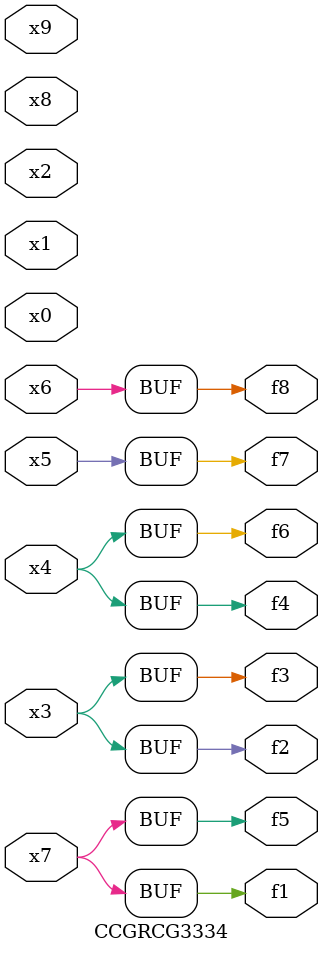
<source format=v>
module CCGRCG3334(
	input x0, x1, x2, x3, x4, x5, x6, x7, x8, x9,
	output f1, f2, f3, f4, f5, f6, f7, f8
);
	assign f1 = x7;
	assign f2 = x3;
	assign f3 = x3;
	assign f4 = x4;
	assign f5 = x7;
	assign f6 = x4;
	assign f7 = x5;
	assign f8 = x6;
endmodule

</source>
